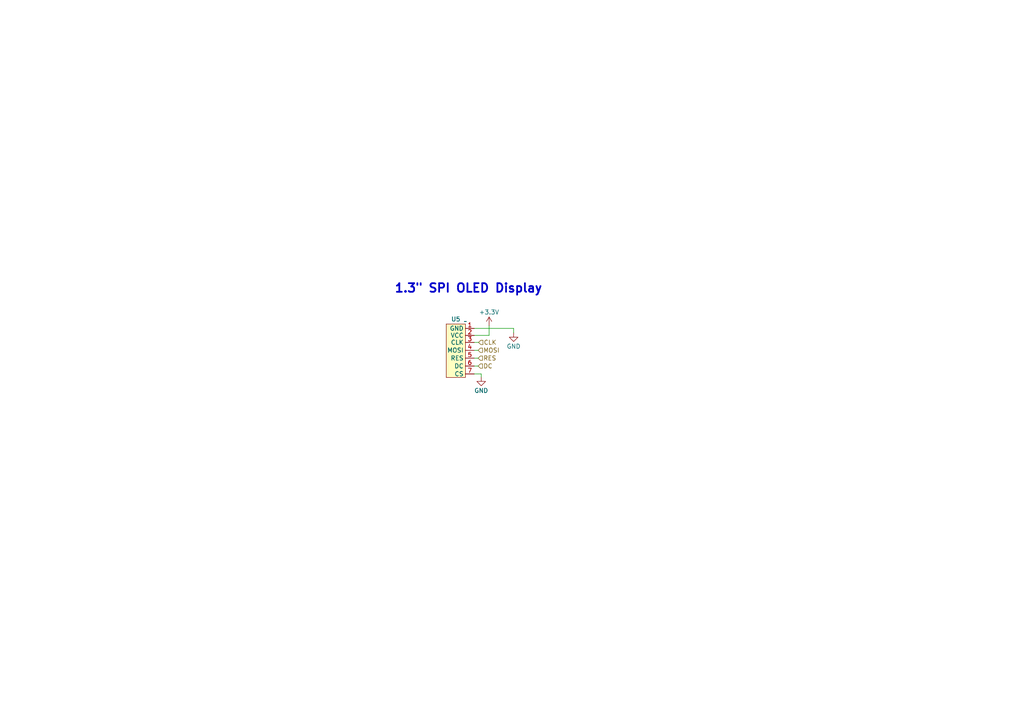
<source format=kicad_sch>
(kicad_sch (version 20230121) (generator eeschema)

  (uuid c6f675cd-0fab-43c2-8e88-21a99bc629db)

  (paper "A4")

  (lib_symbols
    (symbol "GameBoyArduino:LCD-SPI" (in_bom yes) (on_board yes)
      (property "Reference" "U" (at -0.762 0.762 0)
        (effects (font (size 1.27 1.27)))
      )
      (property "Value" "" (at 0 0 0)
        (effects (font (size 1.27 1.27)))
      )
      (property "Footprint" "" (at 0 0 0)
        (effects (font (size 1.27 1.27)) hide)
      )
      (property "Datasheet" "" (at 0 0 0)
        (effects (font (size 1.27 1.27)) hide)
      )
      (symbol "LCD-SPI_1_1"
        (rectangle (start -5.588 -0.762) (end 0 -16.256)
          (stroke (width 0) (type default))
          (fill (type background))
        )
        (pin input line (at 2.54 -2.032 180) (length 2.54)
          (name "GND" (effects (font (size 1.27 1.27))))
          (number "1" (effects (font (size 1.27 1.27))))
        )
        (pin input line (at 2.54 -4.064 180) (length 2.54)
          (name "VCC" (effects (font (size 1.27 1.27))))
          (number "2" (effects (font (size 1.27 1.27))))
        )
        (pin input line (at 2.54 -6.096 180) (length 2.54)
          (name "CLK" (effects (font (size 1.27 1.27))))
          (number "3" (effects (font (size 1.27 1.27))))
        )
        (pin input line (at 2.54 -8.382 180) (length 2.54)
          (name "MOSI" (effects (font (size 1.27 1.27))))
          (number "4" (effects (font (size 1.27 1.27))))
        )
        (pin input line (at 2.54 -10.668 180) (length 2.54)
          (name "RES" (effects (font (size 1.27 1.27))))
          (number "5" (effects (font (size 1.27 1.27))))
        )
        (pin input line (at 2.54 -12.954 180) (length 2.54)
          (name "DC" (effects (font (size 1.27 1.27))))
          (number "6" (effects (font (size 1.27 1.27))))
        )
        (pin input line (at 2.54 -15.24 180) (length 2.54)
          (name "CS" (effects (font (size 1.27 1.27))))
          (number "7" (effects (font (size 1.27 1.27))))
        )
      )
    )
    (symbol "power:+3.3V" (power) (pin_names (offset 0)) (in_bom yes) (on_board yes)
      (property "Reference" "#PWR" (at 0 -3.81 0)
        (effects (font (size 1.27 1.27)) hide)
      )
      (property "Value" "+3.3V" (at 0 3.556 0)
        (effects (font (size 1.27 1.27)))
      )
      (property "Footprint" "" (at 0 0 0)
        (effects (font (size 1.27 1.27)) hide)
      )
      (property "Datasheet" "" (at 0 0 0)
        (effects (font (size 1.27 1.27)) hide)
      )
      (property "ki_keywords" "global power" (at 0 0 0)
        (effects (font (size 1.27 1.27)) hide)
      )
      (property "ki_description" "Power symbol creates a global label with name \"+3.3V\"" (at 0 0 0)
        (effects (font (size 1.27 1.27)) hide)
      )
      (symbol "+3.3V_0_1"
        (polyline
          (pts
            (xy -0.762 1.27)
            (xy 0 2.54)
          )
          (stroke (width 0) (type default))
          (fill (type none))
        )
        (polyline
          (pts
            (xy 0 0)
            (xy 0 2.54)
          )
          (stroke (width 0) (type default))
          (fill (type none))
        )
        (polyline
          (pts
            (xy 0 2.54)
            (xy 0.762 1.27)
          )
          (stroke (width 0) (type default))
          (fill (type none))
        )
      )
      (symbol "+3.3V_1_1"
        (pin power_in line (at 0 0 90) (length 0) hide
          (name "+3.3V" (effects (font (size 1.27 1.27))))
          (number "1" (effects (font (size 1.27 1.27))))
        )
      )
    )
    (symbol "power:GND" (power) (pin_names (offset 0)) (in_bom yes) (on_board yes)
      (property "Reference" "#PWR" (at 0 -6.35 0)
        (effects (font (size 1.27 1.27)) hide)
      )
      (property "Value" "GND" (at 0 -3.81 0)
        (effects (font (size 1.27 1.27)))
      )
      (property "Footprint" "" (at 0 0 0)
        (effects (font (size 1.27 1.27)) hide)
      )
      (property "Datasheet" "" (at 0 0 0)
        (effects (font (size 1.27 1.27)) hide)
      )
      (property "ki_keywords" "global power" (at 0 0 0)
        (effects (font (size 1.27 1.27)) hide)
      )
      (property "ki_description" "Power symbol creates a global label with name \"GND\" , ground" (at 0 0 0)
        (effects (font (size 1.27 1.27)) hide)
      )
      (symbol "GND_0_1"
        (polyline
          (pts
            (xy 0 0)
            (xy 0 -1.27)
            (xy 1.27 -1.27)
            (xy 0 -2.54)
            (xy -1.27 -1.27)
            (xy 0 -1.27)
          )
          (stroke (width 0) (type default))
          (fill (type none))
        )
      )
      (symbol "GND_1_1"
        (pin power_in line (at 0 0 270) (length 0) hide
          (name "GND" (effects (font (size 1.27 1.27))))
          (number "1" (effects (font (size 1.27 1.27))))
        )
      )
    )
  )


  (wire (pts (xy 137.541 103.886) (xy 138.684 103.886))
    (stroke (width 0) (type default))
    (uuid 2d64391b-04d3-45e1-812f-2a1a9dd5ca43)
  )
  (wire (pts (xy 137.541 99.314) (xy 138.811 99.314))
    (stroke (width 0) (type default))
    (uuid 34161163-376e-4940-bba7-c68db46325e8)
  )
  (wire (pts (xy 137.541 97.282) (xy 141.859 97.282))
    (stroke (width 0) (type default))
    (uuid 471f27af-8894-458c-a1de-2611c4ee0d75)
  )
  (wire (pts (xy 137.541 106.172) (xy 138.684 106.172))
    (stroke (width 0) (type default))
    (uuid 5a8ee5a9-2c41-41a3-973c-d04d7ccbf072)
  )
  (wire (pts (xy 139.573 109.347) (xy 139.573 108.458))
    (stroke (width 0) (type default))
    (uuid 69539ff3-d1e4-4e1b-9dac-edcaeed9afa3)
  )
  (wire (pts (xy 137.541 95.25) (xy 148.971 95.25))
    (stroke (width 0) (type default))
    (uuid 6d2c511c-1a12-4529-b657-b1bca19f48aa)
  )
  (wire (pts (xy 137.541 108.458) (xy 139.573 108.458))
    (stroke (width 0) (type default))
    (uuid a3b11cde-321f-4391-bbac-0f136f00a549)
  )
  (wire (pts (xy 148.971 95.25) (xy 148.971 96.52))
    (stroke (width 0) (type default))
    (uuid c6c32269-e691-4901-8554-733796ba1ee7)
  )
  (wire (pts (xy 141.859 97.282) (xy 141.859 94.488))
    (stroke (width 0) (type default))
    (uuid d967ef20-78dd-48aa-8d06-37e0c5400142)
  )
  (wire (pts (xy 137.541 101.6) (xy 138.684 101.6))
    (stroke (width 0) (type default))
    (uuid e07cfebe-8046-4c97-9a40-5196e3714d37)
  )

  (text "1.3\" SPI OLED Display" (at 114.3 85.217 0)
    (effects (font (size 2.5 2.5) (thickness 0.5) bold) (justify left bottom))
    (uuid d7314867-896d-4ef4-8820-69b0fa6b18e2)
  )

  (hierarchical_label "DC" (shape input) (at 138.684 106.172 0) (fields_autoplaced)
    (effects (font (size 1.27 1.27)) (justify left))
    (uuid 4dcba871-5381-49af-b3cd-c145aa74c57c)
  )
  (hierarchical_label "MOSI" (shape input) (at 138.684 101.6 0) (fields_autoplaced)
    (effects (font (size 1.27 1.27)) (justify left))
    (uuid 6901ae94-1093-474a-b024-bffc74e6ce26)
  )
  (hierarchical_label "CLK" (shape input) (at 138.811 99.314 0) (fields_autoplaced)
    (effects (font (size 1.27 1.27)) (justify left))
    (uuid c54c238a-cc42-432c-aac6-f259d226d9f7)
  )
  (hierarchical_label "RES" (shape input) (at 138.684 103.886 0) (fields_autoplaced)
    (effects (font (size 1.27 1.27)) (justify left))
    (uuid d0a4dd1f-a716-4aa9-9fa5-87faf96a144f)
  )

  (symbol (lib_id "power:GND") (at 148.971 96.52 0) (unit 1)
    (in_bom yes) (on_board yes) (dnp no) (fields_autoplaced)
    (uuid 22de3e23-1fbc-4a1c-b216-836b4e7cafa6)
    (property "Reference" "#PWR06" (at 148.971 102.87 0)
      (effects (font (size 1.27 1.27)) hide)
    )
    (property "Value" "GND" (at 148.971 100.465 0)
      (effects (font (size 1.27 1.27)))
    )
    (property "Footprint" "" (at 148.971 96.52 0)
      (effects (font (size 1.27 1.27)) hide)
    )
    (property "Datasheet" "" (at 148.971 96.52 0)
      (effects (font (size 1.27 1.27)) hide)
    )
    (pin "1" (uuid d2de5b10-e818-416e-ace9-5df8047b215c))
    (instances
      (project "GameBoy-Arduino"
        (path "/9927462b-ab56-47d0-82d8-2b3054965792/9cdbee4f-decf-45cf-a57b-9afc5e2f624b"
          (reference "#PWR06") (unit 1)
        )
      )
    )
  )

  (symbol (lib_id "power:+3.3V") (at 141.859 94.488 0) (unit 1)
    (in_bom yes) (on_board yes) (dnp no) (fields_autoplaced)
    (uuid 272f7c65-6bdf-413f-bdc5-262cfb400223)
    (property "Reference" "#PWR02" (at 141.859 98.298 0)
      (effects (font (size 1.27 1.27)) hide)
    )
    (property "Value" "+3.3V" (at 141.859 90.543 0)
      (effects (font (size 1.27 1.27)))
    )
    (property "Footprint" "" (at 141.859 94.488 0)
      (effects (font (size 1.27 1.27)) hide)
    )
    (property "Datasheet" "" (at 141.859 94.488 0)
      (effects (font (size 1.27 1.27)) hide)
    )
    (pin "1" (uuid 2b1c8d4a-d041-4bcb-8478-e2765b637d37))
    (instances
      (project "GameBoy-Arduino"
        (path "/9927462b-ab56-47d0-82d8-2b3054965792/9cdbee4f-decf-45cf-a57b-9afc5e2f624b"
          (reference "#PWR02") (unit 1)
        )
      )
    )
  )

  (symbol (lib_id "power:GND") (at 139.573 109.347 0) (unit 1)
    (in_bom yes) (on_board yes) (dnp no) (fields_autoplaced)
    (uuid 278abe5f-77e3-4fe0-ab99-9e7538cc7e1b)
    (property "Reference" "#PWR010" (at 139.573 115.697 0)
      (effects (font (size 1.27 1.27)) hide)
    )
    (property "Value" "GND" (at 139.573 113.292 0)
      (effects (font (size 1.27 1.27)))
    )
    (property "Footprint" "" (at 139.573 109.347 0)
      (effects (font (size 1.27 1.27)) hide)
    )
    (property "Datasheet" "" (at 139.573 109.347 0)
      (effects (font (size 1.27 1.27)) hide)
    )
    (pin "1" (uuid effdc5a5-5bf7-4d86-9603-57989b0fd28c))
    (instances
      (project "GameBoy-Arduino"
        (path "/9927462b-ab56-47d0-82d8-2b3054965792/9cdbee4f-decf-45cf-a57b-9afc5e2f624b"
          (reference "#PWR010") (unit 1)
        )
      )
    )
  )

  (symbol (lib_id "GameBoyArduino:LCD-SPI") (at 135.001 93.218 0) (unit 1)
    (in_bom yes) (on_board yes) (dnp no) (fields_autoplaced)
    (uuid bc655fba-f2d6-4150-85e5-d36fdf92fa44)
    (property "Reference" "U5" (at 132.207 92.575 0)
      (effects (font (size 1.27 1.27)))
    )
    (property "Value" "~" (at 135.001 93.218 0)
      (effects (font (size 1.27 1.27)))
    )
    (property "Footprint" "ArduinoGameboy:SH1106" (at 135.001 93.218 0)
      (effects (font (size 1.27 1.27)) hide)
    )
    (property "Datasheet" "" (at 135.001 93.218 0)
      (effects (font (size 1.27 1.27)) hide)
    )
    (pin "1" (uuid 286691d8-73fb-4b18-a0ba-b258113f5afe))
    (pin "2" (uuid dcb177ba-c87d-40b0-aaf9-072dbd5cef52))
    (pin "3" (uuid 64c4baba-09a8-4bf1-a9bb-ffe118868e0b))
    (pin "4" (uuid e27d7cb9-df05-4cda-88dc-8b038919bb5a))
    (pin "5" (uuid 8135a949-2386-4055-aae3-24f78d5c4e8a))
    (pin "6" (uuid 4818c1ff-1eb9-45ef-a705-dc14269dee1b))
    (pin "7" (uuid 9e17ab53-4da0-436e-8125-e7ce3b1cecc6))
    (instances
      (project "GameBoy-Arduino"
        (path "/9927462b-ab56-47d0-82d8-2b3054965792/9cdbee4f-decf-45cf-a57b-9afc5e2f624b"
          (reference "U5") (unit 1)
        )
      )
    )
  )
)

</source>
